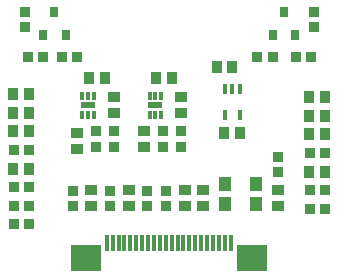
<source format=gtp>
G04*
G04 #@! TF.GenerationSoftware,Altium Limited,Altium Designer,19.0.11 (319)*
G04*
G04 Layer_Color=8421504*
%FSLAX44Y44*%
%MOMM*%
G71*
G01*
G75*
%ADD16R,0.4500X0.9500*%
%ADD17R,1.0000X1.2000*%
%ADD18R,1.0000X0.9000*%
%ADD19R,0.9500X0.8500*%
%ADD20R,0.3000X0.7000*%
%ADD21R,1.3100X0.5500*%
%ADD22R,0.8500X0.9500*%
%ADD23R,0.9000X1.0000*%
%ADD24R,0.8000X0.9000*%
%ADD25R,0.3000X1.4000*%
%ADD26R,2.6500X2.3000*%
D16*
X333500Y185250D02*
D03*
X327000D02*
D03*
X320500D02*
D03*
Y163250D02*
D03*
X333500D02*
D03*
D17*
X346750Y104750D02*
D03*
Y87750D02*
D03*
X320750Y104750D02*
D03*
Y87750D02*
D03*
D18*
X302250Y99000D02*
D03*
Y85500D02*
D03*
X252250Y149000D02*
D03*
Y135500D02*
D03*
X286500Y99000D02*
D03*
Y85500D02*
D03*
X207500Y99000D02*
D03*
Y85500D02*
D03*
X239000Y99000D02*
D03*
Y85500D02*
D03*
X283750Y177750D02*
D03*
Y164250D02*
D03*
X365500Y85500D02*
D03*
Y99000D02*
D03*
X195500Y134500D02*
D03*
Y148000D02*
D03*
X227000Y178000D02*
D03*
Y164500D02*
D03*
D19*
X268000Y149000D02*
D03*
Y136000D02*
D03*
X283750Y149000D02*
D03*
Y136000D02*
D03*
X191750Y85500D02*
D03*
Y98500D02*
D03*
X223250Y85500D02*
D03*
Y98500D02*
D03*
X270750D02*
D03*
Y85500D02*
D03*
X254750Y98500D02*
D03*
Y85500D02*
D03*
X365750Y114750D02*
D03*
Y127750D02*
D03*
X395750Y250250D02*
D03*
Y237250D02*
D03*
X151250Y250250D02*
D03*
Y237250D02*
D03*
X227000Y136000D02*
D03*
Y149000D02*
D03*
X211250Y136000D02*
D03*
Y149000D02*
D03*
D20*
X266750Y179000D02*
D03*
X261750D02*
D03*
X256750D02*
D03*
Y163000D02*
D03*
X261750D02*
D03*
X266750D02*
D03*
X210000Y179000D02*
D03*
X205000D02*
D03*
X200000D02*
D03*
Y163000D02*
D03*
X205000D02*
D03*
X210000D02*
D03*
D21*
X261750Y171000D02*
D03*
X205000Y171000D02*
D03*
D22*
X405500Y83500D02*
D03*
X392500D02*
D03*
X405500Y99250D02*
D03*
X392500D02*
D03*
X405500Y130750D02*
D03*
X392500D02*
D03*
X142000Y133250D02*
D03*
X155000D02*
D03*
X142000Y101750D02*
D03*
X155000D02*
D03*
X142000Y70250D02*
D03*
X155000D02*
D03*
X142000Y86000D02*
D03*
X155000D02*
D03*
X361000Y211750D02*
D03*
X348000D02*
D03*
X393750D02*
D03*
X380750D02*
D03*
X182250Y212000D02*
D03*
X195250D02*
D03*
X153750D02*
D03*
X166750D02*
D03*
D23*
X405500Y178000D02*
D03*
X392000D02*
D03*
Y115000D02*
D03*
X405500D02*
D03*
X392000Y162250D02*
D03*
X405500D02*
D03*
Y146500D02*
D03*
X392000D02*
D03*
X141500Y180500D02*
D03*
X155000D02*
D03*
Y117500D02*
D03*
X141500D02*
D03*
X155000Y164750D02*
D03*
X141500D02*
D03*
Y149000D02*
D03*
X155000D02*
D03*
X276000Y194000D02*
D03*
X262500D02*
D03*
X320000Y147500D02*
D03*
X333500D02*
D03*
X313500Y203750D02*
D03*
X327000D02*
D03*
X219250Y194000D02*
D03*
X205750D02*
D03*
D24*
X370500Y250250D02*
D03*
X380000Y230250D02*
D03*
X361000D02*
D03*
X176250Y250250D02*
D03*
X185750Y230250D02*
D03*
X166750D02*
D03*
D25*
X325500Y54500D02*
D03*
X320500D02*
D03*
X220500D02*
D03*
X225500D02*
D03*
X230500D02*
D03*
X235500D02*
D03*
X240500D02*
D03*
X245500D02*
D03*
X250500D02*
D03*
X255500D02*
D03*
X260500D02*
D03*
X265500D02*
D03*
X270500D02*
D03*
X275500D02*
D03*
X280500D02*
D03*
X285500D02*
D03*
X290500D02*
D03*
X295500D02*
D03*
X300500D02*
D03*
X305500D02*
D03*
X310500D02*
D03*
X315500D02*
D03*
D26*
X202750Y42000D02*
D03*
X343250D02*
D03*
M02*

</source>
